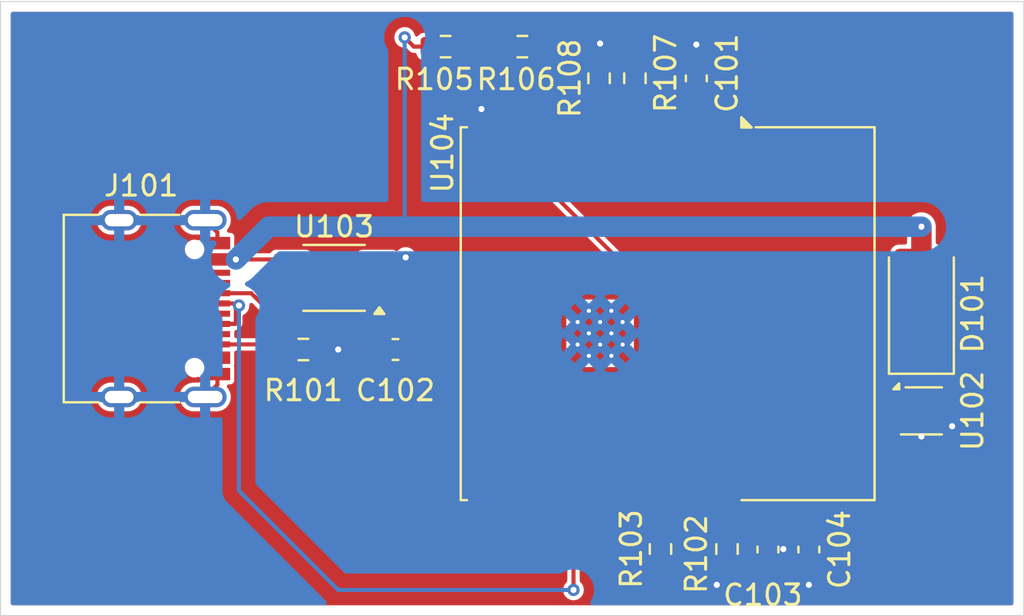
<source format=kicad_pcb>
(kicad_pcb (version 20240108) (generator "pcbnew") (generator_version "8.0")
  (layers (0 "F.Cu" signal) (31 "B.Cu" signal) (34 "B.Paste" user) (35 "F.Paste" user) (36 "B.SilkS" user "B.Silkscreen") (37 "F.SilkS" user "F.Silkscreen") (38 "B.Mask" user) (39 "F.Mask" user) (44 "Edge.Cuts" user))
  (net 0 "")
  (net 1 "GND")
  (net 2 "/~{RST}")
  (net 3 "Net-(U103-BYP)")
  (net 4 "+3V3")
  (net 7 "/USB_D+")
  (net 8 "+5V")
  (net 9 "/USB_D-")
  (net 10 "Net-(J101-CC1)")
  (net 11 "Net-(U102-G)")
  (net 12 "/LED_EN")
  (net 13 "/Vcc_scaled")
  (net 14 "Net-(D101-K)")
  (net 18 "Net-(U104-IO0)")
  (net 19 "Net-(U104-IO2)")
  (footprint "Capacitor_SMD:C_0603_1608Metric" (layer "F.Cu") (at 176 46.75 90)
    (property "Reference" "C101" (at 0.25 1.5 -90) (layer "F.SilkS"))
    (property "Value" "1uF")
    (fp_line (start -0.14058 -0.51) (end 0.14058 -0.51) (stroke (width 0.12)) (layer "F.SilkS"))
    (fp_line (start -0.14058 0.51) (end 0.14058 0.51) (stroke (width 0.12)) (layer "F.SilkS"))
    (pad "1" smd roundrect (at -0.775 0 90) (size 0.9 0.95) (layers "F.Cu" "F.Paste" "F.Mask") (net 2 "/~{RST}"))
    (pad "2" smd roundrect (at 0.775 0 90) (size 0.9 0.95) (layers "F.Cu" "F.Paste" "F.Mask") (net 1 "GND"))
  )
  (footprint "Resistor_SMD:R_0603_1608Metric" (layer "F.Cu") (at 171.25 46.75 90)
    (property "Reference" "R108" (at 0 -1.43 90) (layer "F.SilkS"))
    (property "Value" "120k")
    (fp_line (start -0.237258 -0.5225) (end 0.237258 -0.5225) (stroke (width 0.12)) (layer "F.SilkS"))
    (fp_line (start -0.237258 0.5225) (end 0.237258 0.5225) (stroke (width 0.12)) (layer "F.SilkS"))
    (pad "1" smd roundrect (at -0.825 0 90) (size 0.8 0.95) (layers "F.Cu" "F.Paste" "F.Mask") (net 13 "/Vcc_scaled"))
    (pad "2" smd roundrect (at 0.825 0 90) (size 0.8 0.95) (layers "F.Cu" "F.Paste" "F.Mask") (net 1 "GND"))
  )
  (footprint "Resistor_SMD:R_0603_1608Metric" (layer "F.Cu") (at 163.75 45.2)
    (property "Reference" "R105" (at -0.55 1.6 360) (layer "F.SilkS"))
    (property "Value" "10k")
    (fp_line (start -0.237258 -0.5225) (end 0.237258 -0.5225) (stroke (width 0.12)) (layer "F.SilkS"))
    (fp_line (start -0.237258 0.5225) (end 0.237258 0.5225) (stroke (width 0.12)) (layer "F.SilkS"))
    (pad "1" smd roundrect (at -0.825 0) (size 0.8 0.95) (layers "F.Cu" "F.Paste" "F.Mask") (net 8 "+5V"))
    (pad "2" smd roundrect (at 0.825 0) (size 0.8 0.95) (layers "F.Cu" "F.Paste" "F.Mask") (net 11 "Net-(U102-G)"))
  )
  (footprint "Connector_USB:USB_C_Receptacle_G-Switch_GT-USB-7010ASV" (layer "F.Cu") (at 148.875 58 -90)
    (property "Reference" "J101" (at -6 0 180) (layer "F.SilkS"))
    (property "Value" "USB_C_USB2.0")
    (fp_line (start -4.58 3.785) (end -4.58 2.08) (stroke (width 0.12)) (layer "F.SilkS"))
    (fp_line (start 4.58 3.785) (end -4.58 3.785) (stroke (width 0.12)) (layer "F.SilkS"))
    (fp_line (start 4.58 2.08) (end 4.58 3.785) (stroke (width 0.12)) (layer "F.SilkS"))
    (fp_line (start 4.58 0.07) (end 4.58 -1.85) (stroke (width 0.12)) (layer "F.SilkS"))
    (fp_line (start -4.58 -1.85) (end -4.58 0.07) (stroke (width 0.12)) (layer "F.SilkS"))
    (pad "" np_thru_hole circle (at -2.89 -2.605 270) (size 0.65 0.65) (drill 0.65) (layers "*.Cu" "*.Mask"))
    (pad "" np_thru_hole circle (at 2.89 -2.605 270) (size 0.65 0.65) (drill 0.65) (layers "*.Cu" "*.Mask"))
    (pad "A1" smd rect (at -3.2 -3.725 270) (size 0.6 1.24) (layers "F.Cu" "F.Paste" "F.Mask") (net 1 "GND"))
    (pad "A4" smd rect (at -2.4 -3.725 270) (size 0.6 1.24) (layers "F.Cu" "F.Paste" "F.Mask") (net 8 "+5V"))
    (pad "A5" smd rect (at -1.25 -3.725 270) (size 0.3 1.24) (layers "F.Cu" "F.Paste" "F.Mask") (net 10 "Net-(J101-CC1)"))
    (pad "A6" smd rect (at -0.25 -3.725 270) (size 0.3 1.24) (layers "F.Cu" "F.Paste" "F.Mask") (net 7 "/USB_D+"))
    (pad "A7" smd rect (at 0.25 -3.725 270) (size 0.3 1.24) (layers "F.Cu" "F.Paste" "F.Mask") (net 9 "/USB_D-"))
    (pad "A8" smd rect (at 1.25 -3.725 270) (size 0.3 1.24) (layers "F.Cu" "F.Paste" "F.Mask"))
    (pad "A9" smd rect (at 2.4 -3.725 270) (size 0.6 1.24) (layers "F.Cu" "F.Paste" "F.Mask") (net 8 "+5V"))
    (pad "A12" smd rect (at 3.2 -3.725 270) (size 0.6 1.24) (layers "F.Cu" "F.Paste" "F.Mask") (net 1 "GND"))
    (pad "B1" smd rect (at 3.2 -3.725 270) (size 0.6 1.24) (layers "F.Cu" "F.Paste" "F.Mask") (net 1 "GND"))
    (pad "B4" smd rect (at 2.4 -3.725 270) (size 0.6 1.24) (layers "F.Cu" "F.Paste" "F.Mask") (net 8 "+5V"))
    (pad "B5" smd rect (at 1.75 -3.725 270) (size 0.3 1.24) (layers "F.Cu" "F.Paste" "F.Mask") (net 10 "Net-(J101-CC1)"))
    (pad "B6" smd rect (at 0.75 -3.725 270) (size 0.3 1.24) (layers "F.Cu" "F.Paste" "F.Mask") (net 7 "/USB_D+"))
    (pad "B7" smd rect (at -0.75 -3.725 270) (size 0.3 1.24) (layers "F.Cu" "F.Paste" "F.Mask") (net 9 "/USB_D-"))
    (pad "B8" smd rect (at -1.75 -3.725 270) (size 0.3 1.24) (layers "F.Cu" "F.Paste" "F.Mask"))
    (pad "B9" smd rect (at -2.4 -3.725 270) (size 0.6 1.24) (layers "F.Cu" "F.Paste" "F.Mask") (net 8 "+5V"))
    (pad "B12" smd rect (at -3.2 -3.725 270) (size 0.6 1.24) (layers "F.Cu" "F.Paste" "F.Mask") (net 1 "GND"))
    (pad "S1" thru_hole oval (at -4.32 -3.125 270) (size 1 2.1) (drill oval 0.6 1.7) (layers "*.Cu" "*.Mask") (net 1 "GND"))
    (pad "S1" thru_hole oval (at -4.32 1.075 270) (size 1 1.8) (drill oval 0.6 1.4) (layers "*.Cu" "*.Mask") (net 1 "GND"))
    (pad "S1" thru_hole oval (at 4.32 -3.125 270) (size 1 2.1) (drill oval 0.6 1.7) (layers "*.Cu" "*.Mask") (net 1 "GND"))
    (pad "S1" thru_hole oval (at 4.32 1.075 270) (size 1 1.8) (drill oval 0.6 1.4) (layers "*.Cu" "*.Mask") (net 1 "GND"))
  )
  (footprint "Capacitor_SMD:C_0603_1608Metric" (layer "F.Cu") (at 161.300001 60 180)
    (property "Reference" "C102" (at 0 -2 360) (layer "F.SilkS"))
    (property "Value" "10nF")
    (fp_line (start -0.14058 0.51) (end 0.14058 0.51) (stroke (width 0.12)) (layer "F.SilkS"))
    (fp_line (start -0.14058 -0.51) (end 0.14058 -0.51) (stroke (width 0.12)) (layer "F.SilkS"))
    (pad "1" smd roundrect (at -0.775 0 180) (size 0.9 0.95) (layers "F.Cu" "F.Paste" "F.Mask") (net 3 "Net-(U103-BYP)"))
    (pad "2" smd roundrect (at 0.775 0 180) (size 0.9 0.95) (layers "F.Cu" "F.Paste" "F.Mask") (net 4 "+3V3"))
  )
  (footprint "Resistor_SMD:R_0603_1608Metric" (layer "F.Cu") (at 177.5 69.75 90)
    (property "Reference" "R102" (at -0.25 -1.5 -90) (layer "F.SilkS"))
    (property "Value" "10k")
    (fp_line (start -0.237258 -0.5225) (end 0.237258 -0.5225) (stroke (width 0.12)) (layer "F.SilkS"))
    (fp_line (start -0.237258 0.5225) (end 0.237258 0.5225) (stroke (width 0.12)) (layer "F.SilkS"))
    (pad "1" smd roundrect (at -0.825 0 90) (size 0.8 0.95) (layers "F.Cu" "F.Paste" "F.Mask") (net 1 "GND"))
    (pad "2" smd roundrect (at 0.825 0 90) (size 0.8 0.95) (layers "F.Cu" "F.Paste" "F.Mask") (net 18 "Net-(U104-IO0)"))
  )
  (footprint "Resistor_SMD:R_0603_1608Metric" (layer "F.Cu") (at 173 46.75 -90)
    (property "Reference" "R107" (at -0.25 -1.5 -90) (layer "F.SilkS"))
    (property "Value" "20k")
    (fp_line (start -0.237258 0.5225) (end 0.237258 0.5225) (stroke (width 0.12)) (layer "F.SilkS"))
    (fp_line (start -0.237258 -0.5225) (end 0.237258 -0.5225) (stroke (width 0.12)) (layer "F.SilkS"))
    (pad "1" smd roundrect (at -0.825 0 270) (size 0.8 0.95) (layers "F.Cu" "F.Paste" "F.Mask") (net 8 "+5V"))
    (pad "2" smd roundrect (at 0.825 0 270) (size 0.8 0.95) (layers "F.Cu" "F.Paste" "F.Mask") (net 13 "/Vcc_scaled"))
  )
  (footprint "Capacitor_SMD:C_0603_1608Metric" (layer "F.Cu") (at 179.5 69.775 -90)
    (property "Reference" "C103" (at 2.225 0.25 180) (layer "F.SilkS"))
    (property "Value" "1uF")
    (fp_line (start -0.14058 0.51) (end 0.14058 0.51) (stroke (width 0.12)) (layer "F.SilkS"))
    (fp_line (start -0.14058 -0.51) (end 0.14058 -0.51) (stroke (width 0.12)) (layer "F.SilkS"))
    (pad "1" smd roundrect (at -0.775 0 270) (size 0.9 0.95) (layers "F.Cu" "F.Paste" "F.Mask") (net 4 "+3V3"))
    (pad "2" smd roundrect (at 0.775 0 270) (size 0.9 0.95) (layers "F.Cu" "F.Paste" "F.Mask") (net 1 "GND"))
  )
  (footprint "Resistor_SMD:R_0603_1608Metric" (layer "F.Cu") (at 174.25 69.75 90)
    (property "Reference" "R103" (at 0 -1.43 90) (layer "F.SilkS"))
    (property "Value" "10k")
    (fp_line (start -0.237258 -0.5225) (end 0.237258 -0.5225) (stroke (width 0.12)) (layer "F.SilkS"))
    (fp_line (start -0.237258 0.5225) (end 0.237258 0.5225) (stroke (width 0.12)) (layer "F.SilkS"))
    (pad "1" smd roundrect (at -0.825 0 90) (size 0.8 0.95) (layers "F.Cu" "F.Paste" "F.Mask") (net 4 "+3V3"))
    (pad "2" smd roundrect (at 0.825 0 90) (size 0.8 0.95) (layers "F.Cu" "F.Paste" "F.Mask") (net 19 "Net-(U104-IO2)"))
  )
  (footprint "Package_SO:MSOP-8_3x3mm_P0.65mm" (layer "F.Cu") (at 158.300001 56.5 180)
    (property "Reference" "U103" (at 0 2.5 360) (layer "F.SilkS"))
    (property "Value" "LT1762-3.3")
    (fp_line (start 0 1.61) (end 1.5 1.61) (stroke (width 0.12)) (layer "F.SilkS"))
    (fp_line (start 0 1.61) (end -1.5 1.61) (stroke (width 0.12)) (layer "F.SilkS"))
    (fp_line (start 0 -1.61) (end 1.5 -1.61) (stroke (width 0.12)) (layer "F.SilkS"))
    (fp_line (start 0 -1.61) (end -1.5 -1.61) (stroke (width 0.12)) (layer "F.SilkS"))
    (fp_poly (pts (xy -2.2125 -1.435) (xy -2.4525 -1.765) (xy -1.9725 -1.765) (xy -2.2125 -1.435)) (stroke (width 0.12)) (fill solid) (layer "F.SilkS"))
    (pad "1" smd roundrect (at -2.1125 -0.975 180) (size 1.625 0.4) (layers "F.Cu" "F.Paste" "F.Mask") (net 4 "+3V3"))
    (pad "2" smd roundrect (at -2.1125 -0.325 180) (size 1.625 0.4) (layers "F.Cu" "F.Paste" "F.Mask"))
    (pad "3" smd roundrect (at -2.1125 0.325 180) (size 1.625 0.4) (layers "F.Cu" "F.Paste" "F.Mask") (net 3 "Net-(U103-BYP)"))
    (pad "4" smd roundrect (at -2.1125 0.975 180) (size 1.625 0.4) (layers "F.Cu" "F.Paste" "F.Mask") (net 1 "GND"))
    (pad "5" smd roundrect (at 2.1125 0.975 180) (size 1.625 0.4) (layers "F.Cu" "F.Paste" "F.Mask") (net 8 "+5V"))
    (pad "6" smd roundrect (at 2.1125 0.325 180) (size 1.625 0.4) (layers "F.Cu" "F.Paste" "F.Mask"))
    (pad "7" smd roundrect (at 2.1125 -0.325 180) (size 1.625 0.4) (layers "F.Cu" "F.Paste" "F.Mask"))
    (pad "8" smd roundrect (at 2.1125 -0.975 180) (size 1.625 0.4) (layers "F.Cu" "F.Paste" "F.Mask") (net 8 "+5V"))
  )
  (footprint "Capacitor_SMD:C_0603_1608Metric" (layer "F.Cu") (at 181.5 69.775 -90)
    (property "Reference" "C104" (at 0 -1.5 -90) (layer "F.SilkS"))
    (property "Value" "100nF")
    (fp_line (start -0.14058 0.51) (end 0.14058 0.51) (stroke (width 0.12)) (layer "F.SilkS"))
    (fp_line (start -0.14058 -0.51) (end 0.14058 -0.51) (stroke (width 0.12)) (layer "F.SilkS"))
    (pad "1" smd roundrect (at -0.775 0 270) (size 0.9 0.95) (layers "F.Cu" "F.Paste" "F.Mask") (net 4 "+3V3"))
    (pad "2" smd roundrect (at 0.775 0 270) (size 0.9 0.95) (layers "F.Cu" "F.Paste" "F.Mask") (net 1 "GND"))
  )
  (footprint "Resistor_SMD:R_0603_1608Metric" (layer "F.Cu") (at 167.5 45.2 180)
    (property "Reference" "R106" (at 0.3 -1.6 360) (layer "F.SilkS"))
    (property "Value" "22")
    (fp_line (start -0.237258 0.5225) (end 0.237258 0.5225) (stroke (width 0.12)) (layer "F.SilkS"))
    (fp_line (start -0.237258 -0.5225) (end 0.237258 -0.5225) (stroke (width 0.12)) (layer "F.SilkS"))
    (pad "1" smd roundrect (at -0.825 0 180) (size 0.8 0.95) (layers "F.Cu" "F.Paste" "F.Mask") (net 12 "/LED_EN"))
    (pad "2" smd roundrect (at 0.825 0 180) (size 0.8 0.95) (layers "F.Cu" "F.Paste" "F.Mask") (net 11 "Net-(U102-G)"))
  )
  (footprint "RF_Module:ESP32-C3-WROOM-02" (layer "F.Cu") (at 171.5 58.25 -90)
    (property "Reference" "U104" (at -7.85 7.9 90) (layer "F.SilkS"))
    (property "Value" "ESP32-C3-WROOM-02")
    (fp_line (start -9.11 7.01) (end 9.11 7.01) (stroke (width 0.12)) (layer "F.SilkS"))
    (fp_line (start -9.11 6.71) (end -9.11 7.01) (stroke (width 0.12)) (layer "F.SilkS"))
    (fp_line (start 9.11 6.71) (end 9.11 7.01) (stroke (width 0.12)) (layer "F.SilkS"))
    (fp_line (start -9.11 -13.21) (end -9.11 -7.4) (stroke (width 0.12)) (layer "F.SilkS"))
    (fp_line (start -9.11 -13.21) (end 9.11 -13.21) (stroke (width 0.12)) (layer "F.SilkS"))
    (fp_line (start 9.11 -13.21) (end 9.11 -6.71) (stroke (width 0.12)) (layer "F.SilkS"))
    (fp_poly (pts (xy -9.1 -6.7) (xy -9.6 -6.7) (xy -9.1 -7.2) (xy -9.1 -6.7)) (stroke (width 0.12)) (fill solid) (layer "F.SilkS"))
    (pad "1" smd rect (at -8.75 -6 270) (size 1.5 0.9) (layers "F.Cu" "F.Paste" "F.Mask") (net 4 "+3V3"))
    (pad "2" smd rect (at -8.75 -4.5 270) (size 1.5 0.9) (layers "F.Cu" "F.Paste" "F.Mask") (net 2 "/~{RST}"))
    (pad "3" smd rect (at -8.75 -3 270) (size 1.5 0.9) (layers "F.Cu" "F.Paste" "F.Mask"))
    (pad "4" smd rect (at -8.75 -1.5 270) (size 1.5 0.9) (layers "F.Cu" "F.Paste" "F.Mask") (net 13 "/Vcc_scaled"))
    (pad "5" smd rect (at -8.75 0 270) (size 1.5 0.9) (layers "F.Cu" "F.Paste" "F.Mask"))
    (pad "6" smd rect (at -8.75 1.5 270) (size 1.5 0.9) (layers "F.Cu" "F.Paste" "F.Mask") (net 12 "/LED_EN"))
    (pad "7" smd rect (at -8.75 3 270) (size 1.5 0.9) (layers "F.Cu" "F.Paste" "F.Mask"))
    (pad "8" smd rect (at -8.75 4.5 270) (size 1.5 0.9) (layers "F.Cu" "F.Paste" "F.Mask"))
    (pad "9" smd rect (at -8.75 6 270) (size 1.5 0.9) (layers "F.Cu" "F.Paste" "F.Mask") (net 1 "GND"))
    (pad "10" smd rect (at 8.75 6 270) (size 1.5 0.9) (layers "F.Cu" "F.Paste" "F.Mask"))
    (pad "11" smd rect (at 8.75 4.5 270) (size 1.5 0.9) (layers "F.Cu" "F.Paste" "F.Mask"))
    (pad "12" smd rect (at 8.75 3 270) (size 1.5 0.9) (layers "F.Cu" "F.Paste" "F.Mask"))
    (pad "13" smd rect (at 8.75 1.5 270) (size 1.5 0.9) (layers "F.Cu" "F.Paste" "F.Mask") (net 7 "/USB_D+"))
    (pad "14" smd rect (at 8.75 0 270) (size 1.5 0.9) (layers "F.Cu" "F.Paste" "F.Mask") (net 9 "/USB_D-"))
    (pad "15" smd rect (at 8.75 -1.5 270) (size 1.5 0.9) (layers "F.Cu" "F.Paste" "F.Mask"))
    (pad "16" smd rect (at 8.75 -3 270) (size 1.5 0.9) (layers "F.Cu" "F.Paste" "F.Mask") (net 19 "Net-(U104-IO2)"))
    (pad "17" smd rect (at 8.75 -4.5 270) (size 1.5 0.9) (layers "F.Cu" "F.Paste" "F.Mask"))
    (pad "18" smd rect (at 8.75 -6 270) (size 1.5 0.9) (layers "F.Cu" "F.Paste" "F.Mask") (net 18 "Net-(U104-IO0)"))
    (pad "19" thru_hole circle (at -0.14 -0.35 270) (size 0.6 0.6) (drill 0.2) (property pad_prop_heatsink) (layers "*.Cu" "F.Mask") (net 1 "GND"))
    (pad "19" thru_hole circle (at -0.14 0.75 270) (size 0.6 0.6) (drill 0.2) (property pad_prop_heatsink) (layers "*.Cu" "F.Mask") (net 1 "GND"))
    (pad "19" thru_hole circle (at 0.41 -0.9 270) (size 0.6 0.6) (drill 0.2) (property pad_prop_heatsink) (layers "*.Cu" "F.Mask") (net 1 "GND"))
    (pad "19" thru_hole circle (at 0.41 0.2 270) (size 0.6 0.6) (drill 0.2) (property pad_prop_heatsink) (layers "*.Cu" "F.Mask") (net 1 "GND"))
    (pad "19" thru_hole circle (at 0.41 1.3 270) (size 0.6 0.6) (drill 0.2) (property pad_prop_heatsink) (layers "*.Cu" "F.Mask") (net 1 "GND"))
    (pad "19" thru_hole circle (at 0.96 -0.35 270) (size 0.6 0.6) (drill 0.2) (property pad_prop_heatsink) (layers "*.Cu" "F.Mask") (net 1 "GND"))
    (pad "19" smd rect (at 0.96 0.2 270) (size 2.9 2.9) (layers "F.Cu" "F.Mask") (net 1 "GND"))
    (pad "19" thru_hole circle (at 0.96 0.75 270) (size 0.6 0.6) (drill 0.2) (property pad_prop_heatsink) (layers "*.Cu" "F.Mask") (net 1 "GND"))
    (pad "19" thru_hole circle (at 1.51 -0.9 270) (size 0.6 0.6) (drill 0.2) (property pad_prop_heatsink) (layers "*.Cu" "F.Mask") (net 1 "GND"))
    (pad "19" thru_hole circle (at 1.51 0.2 270) (size 0.6 0.6) (drill 0.2) (property pad_prop_heatsink) (layers "*.Cu" "F.Mask") (net 1 "GND"))
    (pad "19" thru_hole circle (at 1.51 1.3 270) (size 0.6 0.6) (drill 0.2) (property pad_prop_heatsink) (layers "*.Cu" "F.Mask") (net 1 "GND"))
    (pad "19" thru_hole circle (at 2.06 -0.35 270) (size 0.6 0.6) (drill 0.2) (property pad_prop_heatsink) (layers "*.Cu" "F.Mask") (net 1 "GND"))
    (pad "19" thru_hole circle (at 2.06 0.75 270) (size 0.6 0.6) (drill 0.2) (property pad_prop_heatsink) (layers "*.Cu" "F.Mask") (net 1 "GND"))
  )
  (footprint "Package_TO_SOT_SMD:Vishay_PowerPAK_SC70-6L_Single" (layer "F.Cu") (at 187 63)
    (property "Reference" "U102" (at 2.5 0 90) (layer "F.SilkS"))
    (property "Value" "SiA462DJ")
    (fp_line (start -0.77 -1.15) (end 1 -1.15) (stroke (width 0.12)) (layer "F.SilkS"))
    (fp_line (start 1 1.15) (end -1 1.15) (stroke (width 0.12)) (layer "F.SilkS"))
    (fp_poly (pts (xy -1.09 -1.06) (xy -1.37 -1.06) (xy -1.09 -1.34) (xy -1.09 -1.06)) (stroke (width 0.12)) (fill solid) (layer "F.SilkS"))
    (pad "1" smd custom (at 0 -0.325) (size 1.5 0.95) (layers "F.Cu" "F.Mask") (net 14 "Net-(D101-K)") (options (clearance outline) (anchor rect)) (primitives (gr_poly (pts (xy 1.1 -0.175) (xy -1.1 -0.175) (xy -1.1 -0.475) (xy 1.1 -0.475)) (width 0) (fill yes)) (gr_poly (pts (xy 1.1 0.475) (xy -1.1 0.475) (xy -1.1 0.175) (xy 1.1 0.175)) (width 0) (fill yes))))
    (pad "3" smd roundrect (at -0.925 0.65) (size 0.35 0.3) (layers "F.Cu" "F.Paste" "F.Mask") (net 11 "Net-(U102-G)"))
    (pad "4" smd roundrect (at 0.04 0.65) (size 0.87 0.235) (layers "F.Cu" "F.Paste" "F.Mask") (net 1 "GND"))
    (pad "4" smd roundrect (at 0.925 0.65) (size 0.35 0.3) (layers "F.Cu" "F.Paste" "F.Mask") (net 1 "GND"))
  )
  (footprint "Resistor_SMD:R_0603_1608Metric" (layer "F.Cu") (at 156.800001 60)
    (property "Reference" "R101" (at 0 2 360) (layer "F.SilkS"))
    (property "Value" "5.1k")
    (fp_line (start -0.237258 -0.5225) (end 0.237258 -0.5225) (stroke (width 0.12)) (layer "F.SilkS"))
    (fp_line (start -0.237258 0.5225) (end 0.237258 0.5225) (stroke (width 0.12)) (layer "F.SilkS"))
    (pad "1" smd roundrect (at -0.825 0) (size 0.8 0.95) (layers "F.Cu" "F.Paste" "F.Mask") (net 10 "Net-(J101-CC1)"))
    (pad "2" smd roundrect (at 0.825 0) (size 0.8 0.95) (layers "F.Cu" "F.Paste" "F.Mask") (net 1 "GND"))
  )
  (footprint "LED_SMD:LED_2010_5025Metric" (layer "F.Cu") (at 187 58 90)
    (property "Reference" "D101" (at -0.25 2.5 -90) (layer "F.SilkS"))
    (property "Value" "LED")
    (fp_line (start 2.5 -1.585) (end -3.185 -1.585) (stroke (width 0.12)) (layer "F.SilkS"))
    (fp_line (start -3.185 -1.585) (end -3.185 1.585) (stroke (width 0.12)) (layer "F.SilkS"))
    (fp_line (start -3.185 1.585) (end 2.5 1.585) (stroke (width 0.12)) (layer "F.SilkS"))
    (pad "1" smd roundrect (at -2.25 0 90) (size 1.35 2.65) (layers "F.Cu" "F.Paste" "F.Mask") (roundrect_rratio 0.185185) (net 14 "Net-(D101-K)"))
    (pad "2" smd roundrect (at 2.25 0 90) (size 1.35 2.65) (layers "F.Cu" "F.Paste" "F.Mask") (roundrect_rratio 0.185185) (net 8 "+5V"))
  )
  (gr_line (start 192 73) (end 142 73) (stroke (width 0.05)) (layer "Edge.Cuts"))
  (gr_line (start 142 73) (end 142 43) (stroke (width 0.05)) (layer "Edge.Cuts"))
  (gr_line (start 192 43) (end 192 73) (stroke (width 0.05)) (layer "Edge.Cuts"))
  (gr_line (start 142 43) (end 192 43) (stroke (width 0.05)) (layer "Edge.Cuts"))
  (segment (start 181.5 70.55) (end 181.5 71.5) (width 0.2) (layer "F.Cu") (net 1))
  (segment (start 161.775001 55.525) (end 161.800001 55.5) (width 0.2) (layer "F.Cu") (net 1))
  (segment (start 187.925 63.65) (end 188.4 63.65) (width 0.2) (layer "F.Cu") (net 1))
  (segment (start 179.5 70.55) (end 179.5 70.50609) (width 0.2) (layer "F.Cu") (net 1))
  (segment (start 157.625001 60) (end 158.5 60) (width 0.2) (layer "F.Cu") (net 1))
  (segment (start 165.5 49.5) (end 165.5 48.25) (width 0.5) (layer "F.Cu") (net 1))
  (segment (start 176 45.1) (end 176 45.975) (width 0.2) (layer "F.Cu") (net 1))
  (segment (start 171.25 45.09853) (end 171.299265 45.049265) (width 0.2) (layer "F.Cu") (net 1))
  (segment (start 160.412501 55.525) (end 161.775001 55.525) (width 0.2) (layer "F.Cu") (net 1))
  (segment (start 187.04 64.21) (end 187 64.25) (width 0.2) (layer "F.Cu") (net 1))
  (segment (start 152.6 54.28) (end 152 53.68) (width 0.2) (layer "F.Cu") (net 1))
  (segment (start 179.5 70.50609) (end 180.252936 69.753154) (width 0.2) (layer "F.Cu") (net 1))
  (segment (start 171.25 45.925) (end 171.25 45.09853) (width 0.2) (layer "F.Cu") (net 1))
  (segment (start 177.5 70.575) (end 177.5 71) (width 0.2) (layer "F.Cu") (net 1))
  (segment (start 152.6 61.2) (end 152.6 61.72) (width 0.2) (layer "F.Cu") (net 1))
  (segment (start 188.4 63.65) (end 188.5 63.75) (width 0.2) (layer "F.Cu") (net 1))
  (segment (start 187.04 63.65) (end 187.04 64.21) (width 0.5) (layer "F.Cu") (net 1))
  (segment (start 152.6 61.72) (end 152 62.32) (width 0.2) (layer "F.Cu") (net 1))
  (segment (start 177.5 71) (end 177 71.5) (width 0.2) (layer "F.Cu") (net 1))
  (segment (start 152.6 54.8) (end 152.6 54.28) (width 0.2) (layer "F.Cu") (net 1))
  (via (at 161.800001 55.5) (size 0.6) (drill 0.3) (layers "F.Cu" "B.Cu") (net 1))
  (via (at 176 45.1) (size 0.6) (drill 0.3) (layers "F.Cu" "B.Cu") (net 1))
  (via (at 188.5 63.75) (size 0.6) (drill 0.3) (layers "F.Cu" "B.Cu") (net 1))
  (via (at 187 64.25) (size 0.6) (drill 0.3) (layers "F.Cu" "B.Cu") (net 1))
  (via (at 171.299265 45.049265) (size 0.6) (drill 0.3) (layers "F.Cu" "B.Cu") (net 1))
  (via (at 181.5 71.5) (size 0.6) (drill 0.3) (layers "F.Cu" "B.Cu") (net 1))
  (via (at 177 71.5) (size 0.6) (drill 0.3) (layers "F.Cu" "B.Cu") (net 1))
  (via (at 165.5 48.25) (size 0.6) (drill 0.3) (layers "F.Cu" "B.Cu") (net 1))
  (via (at 180.252936 69.753154) (size 0.6) (drill 0.3) (layers "F.Cu" "B.Cu") (net 1))
  (via (at 158.5 60) (size 0.6) (drill 0.3) (layers "F.Cu" "B.Cu") (net 1))
  (segment (start 176 49.5) (end 176 47.525) (width 0.2) (layer "F.Cu") (net 2))
  (segment (start 161.300001 60.775) (end 160.025 60.775) (width 0.2) (layer "F.Cu") (net 3))
  (segment (start 159.300001 56.556544) (end 159.681545 56.175) (width 0.2) (layer "F.Cu") (net 3))
  (segment (start 159.681545 56.175) (end 160.412501 56.175) (width 0.2) (layer "F.Cu") (net 3))
  (segment (start 162.075001 60) (end 161.300001 60.775) (width 0.2) (layer "F.Cu") (net 3))
  (segment (start 159.5 59.285784) (end 159.300001 59.085785) (width 0.2) (layer "F.Cu") (net 3))
  (segment (start 160.025 60.775) (end 159.5 60.25) (width 0.2) (layer "F.Cu") (net 3))
  (segment (start 159.5 60.25) (end 159.5 59.285784) (width 0.2) (layer "F.Cu") (net 3))
  (segment (start 159.300001 59.085785) (end 159.300001 56.556544) (width 0.2) (layer "F.Cu") (net 3))
  (segment (start 160.525001 59.5) (end 160.525001 57.5875) (width 0.2) (layer "F.Cu") (net 4))
  (segment (start 160.525001 57.5875) (end 160.412501 57.475) (width 0.2) (layer "F.Cu") (net 4))
  (segment (start 153.45 58.75) (end 152.58 58.75) (width 0.2) (layer "F.Cu") (net 7))
  (segment (start 152.58 57.75) (end 153.45 57.75) (width 0.2) (layer "F.Cu") (net 7))
  (segment (start 153.5 58.7) (end 153.45 58.75) (width 0.2) (layer "F.Cu") (net 7))
  (segment (start 153.653012 57.85) (end 153.52 57.983012) (width 0.2) (layer "F.Cu") (net 7))
  (segment (start 153.52 57.983012) (end 153.52 58.7) (width 0.2) (layer "F.Cu") (net 7))
  (segment (start 153.52 58.7) (end 153.47 58.75) (width 0.2) (layer "F.Cu") (net 7))
  (segment (start 153.47 58.75) (end 152.6 58.75) (width 0.2) (layer "F.Cu") (net 7))
  (segment (start 170 71.75) (end 170 67) (width 0.2) (layer "F.Cu") (net 7))
  (segment (start 153.5 57.8) (end 153.5 58.7) (width 0.2) (layer "F.Cu") (net 7))
  (segment (start 153.45 57.75) (end 153.5 57.8) (width 0.2) (layer "F.Cu") (net 7))
  (via (at 153.653012 57.85) (size 0.6) (drill 0.3) (layers "F.Cu" "B.Cu") (net 7))
  (via (at 170 71.75) (size 0.6) (drill 0.3) (layers "F.Cu" "B.Cu") (net 7))
  (segment (start 153.653012 66.903012) (end 153.653012 57.85) (width 0.2) (layer "B.Cu") (net 7))
  (segment (start 170 71.75) (end 158.5 71.75) (width 0.2) (layer "B.Cu") (net 7))
  (segment (start 158.5 71.75) (end 153.653012 66.903012) (width 0.2) (layer "B.Cu") (net 7))
  (segment (start 157 57.475) (end 157.300001 57.174999) (width 0.2) (layer "F.Cu") (net 8))
  (segment (start 171.55 44.475) (end 163.65 44.475) (width 0.2) (layer "F.Cu") (net 8))
  (segment (start 150.5 59.5) (end 151.215 60.215) (width 0.2) (layer "F.Cu") (net 8))
  (segment (start 157.300001 57.174999) (end 157.300001 55.825001) (width 0.2) (layer "F.Cu") (net 8))
  (segment (start 156.187501 57.475) (end 157 57.475) (width 0.2) (layer "F.Cu") (net 8))
  (segment (start 152.415 60.215) (end 152.6 60.4) (width 0.2) (layer "F.Cu") (net 8))
  (segment (start 152.6 55.6) (end 153.5 55.6) (width 0.2) (layer "F.Cu") (net 8))
  (segment (start 173 45.925) (end 171.55 44.475) (width 0.2) (layer "F.Cu") (net 8))
  (segment (start 150.5 56.98) (end 150.5 59.5) (width 0.2) (layer "F.Cu") (net 8))
  (segment (start 152.415 55.785) (end 151.695 55.785) (width 0.2) (layer "F.Cu") (net 8))
  (segment (start 156.112501 55.6) (end 156.187501 55.525) (width 0.2) (layer "F.Cu") (net 8))
  (segment (start 187 54) (end 187 55.75) (width 1) (layer "F.Cu") (net 8))
  (segment (start 163.65 44.475) (end 162.925 45.2) (width 0.2) (layer "F.Cu") (net 8))
  (segment (start 151.215 60.215) (end 152.415 60.215) (width 0.2) (layer "F.Cu") (net 8))
  (segment (start 152.6 55.6) (end 152.415 55.785) (width 0.2) (layer "F.Cu") (net 8))
  (segment (start 157.300001 55.825001) (end 157 55.525) (width 0.2) (layer "F.Cu") (net 8))
  (segment (start 153.5 55.6) (end 156.112501 55.6) (width 0.2) (layer "F.Cu") (net 8))
  (segment (start 151.695 55.785) (end 150.5 56.98) (width 0.2) (layer "F.Cu") (net 8))
  (segment (start 157 55.525) (end 156.187501 55.525) (width 0.2) (layer "F.Cu") (net 8))
  (segment (start 162.925 45.2) (end 162.2 45.2) (width 0.2) (layer "F.Cu") (net 8))
  (segment (start 162.2 45.2) (end 161.75 44.75) (width 0.2) (layer "F.Cu") (net 8))
  (via (at 187 54) (size 0.6) (drill 0.3) (layers "F.Cu" "B.Cu") (net 8))
  (via (at 153.5 55.6) (size 0.6) (drill 0.3) (layers "F.Cu" "B.Cu") (net 8))
  (via (at 161.75 44.75) (size 0.6) (drill 0.3) (layers "F.Cu" "B.Cu") (net 8))
  (segment (start 183.5 54) (end 155.1 54) (width 1) (layer "B.Cu") (net 8))
  (segment (start 187 54) (end 183.5 54) (width 1) (layer "B.Cu") (net 8))
  (segment (start 161.75 44.75) (end 161.75 54) (width 0.2) (layer "B.Cu") (net 8))
  (segment (start 155.1 54) (end 153.5 55.6) (width 1) (layer "B.Cu") (net 8))
  (segment (start 159.1 61.1) (end 163.5 65.5) (width 0.2) (layer "F.Cu") (net 9))
  (segment (start 155.75 58.75) (end 158.39853 58.75) (width 0.2) (layer "F.Cu") (net 9))
  (segment (start 151.71 58.25) (end 152.58 58.25) (width 0.2) (layer "F.Cu") (net 9))
  (segment (start 152.6 57.25) (end 154.25 57.25) (width 0.2) (layer "F.Cu") (net 9))
  (segment (start 163.5 65.5) (end 171 65.5) (width 0.2) (layer "F.Cu") (net 9))
  (segment (start 171 65.5) (end 171.5 66) (width 0.2) (layer "F.Cu") (net 9))
  (segment (start 151.71 57.25) (end 151.66 57.3) (width 0.2) (layer "F.Cu") (net 9))
  (segment (start 151.66 58.2) (end 151.71 58.25) (width 0.2) (layer "F.Cu") (net 9))
  (segment (start 159.1 59.45147) (end 159.1 61.1) (width 0.2) (layer "F.Cu") (net 9))
  (segment (start 171.5 66) (end 171.5 67) (width 0.2) (layer "F.Cu") (net 9))
  (segment (start 154.25 57.25) (end 155.75 58.75) (width 0.2) (layer "F.Cu") (net 9))
  (segment (start 158.39853 58.75) (end 159.1 59.45147) (width 0.2) (layer "F.Cu") (net 9))
  (segment (start 152.58 57.25) (end 151.71 57.25) (width 0.2) (layer "F.Cu") (net 9))
  (segment (start 151.66 57.3) (end 151.66 58.2) (width 0.2) (layer "F.Cu") (net 9))
  (segment (start 151.644314 56.75) (end 151.26 57.134314) (width 0.2) (layer "F.Cu") (net 10))
  (segment (start 151.71 59.75) (end 152.58 59.75) (width 0.2) (layer "F.Cu") (net 10))
  (segment (start 151.26 59.3) (end 151.71 59.75) (width 0.2) (layer "F.Cu") (net 10))
  (segment (start 155.725001 59.75) (end 152.6 59.75) (width 0.2) (layer "F.Cu") (net 10))
  (segment (start 151.26 57.134314) (end 151.26 59.3) (width 0.2) (layer "F.Cu") (net 10))
  (segment (start 152.58 56.75) (end 151.644314 56.75) (width 0.2) (layer "F.Cu") (net 10))
  (segment (start 155.975001 60) (end 155.725001 59.75) (width 0.2) (layer "F.Cu") (net 10))
  (segment (start 166.675 45.2) (end 167.7 46.225) (width 0.2) (layer "F.Cu") (net 11))
  (segment (start 164.575 45.2) (end 166.225 45.2) (width 0.2) (layer "F.Cu") (net 11))
  (segment (start 180.25 63.65) (end 186.075 63.65) (width 0.2) (layer "F.Cu") (net 11))
  (segment (start 167.7 51.1) (end 180.25 63.65) (width 0.2) (layer "F.Cu") (net 11))
  (segment (start 167.7 46.225) (end 167.7 51.1) (width 0.2) (layer "F.Cu") (net 11))
  (segment (start 170 49.5) (end 170 47.825) (width 0.2) (layer "F.Cu") (net 12))
  (segment (start 170 47.825) (end 168.325 46.15) (width 0.2) (layer "F.Cu") (net 12))
  (segment (start 168.325 46.15) (end 168.325 45.2) (width 0.2) (layer "F.Cu") (net 12))
  (segment (start 171.25 47.575) (end 173 47.575) (width 0.2) (layer "F.Cu") (net 13))
  (segment (start 187 60.25) (end 187 62.675) (width 1) (layer "F.Cu") (net 14))
  (segment (start 177.5 68.925) (end 177.5 67) (width 0.2) (layer "F.Cu") (net 18))
  (segment (start 174.25 68.925) (end 174.25 67.25) (width 0.2) (layer "F.Cu") (net 19))
  (segment (start 174.25 67.25) (end 174.5 67) (width 0.2) (layer "F.Cu") (net 19))
  (zone (net 4) (net_name "+3V3") (layer "F.Cu") (connect_pads (clearance 0.2)) (min_thickness 0.2) (fill yes (thermal_gap 0.5) (thermal_bridge_width 0.5))
    (polygon (pts (xy 142 43) (xy 142 73) (xy 192 73) (xy 192 43)))
  )
  (zone (net 1) (net_name "GND") (layer "B.Cu") (connect_pads (clearance 0.7)) (min_thickness 0.25) (fill yes (thermal_gap 0.5) (thermal_bridge_width 0.5))
    (polygon (pts (xy 142 43) (xy 142 73) (xy 192 73) (xy 192 43)))
  )
)
</source>
